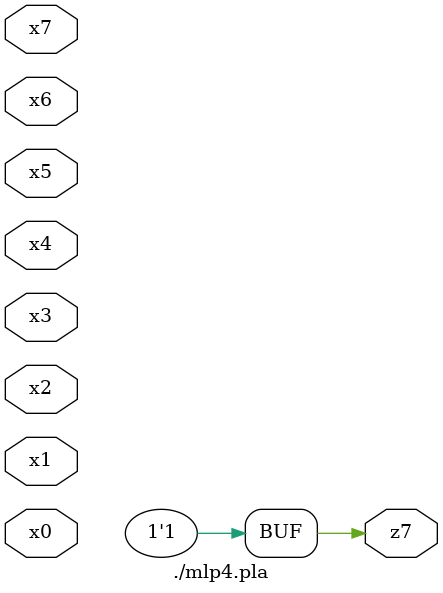
<source format=v>

module \./mlp4.pla  ( 
    x0, x1, x2, x3, x4, x5, x6, x7,
    z7  );
  input  x0, x1, x2, x3, x4, x5, x6, x7;
  output z7;
  assign z7 = 1'b1;
endmodule



</source>
